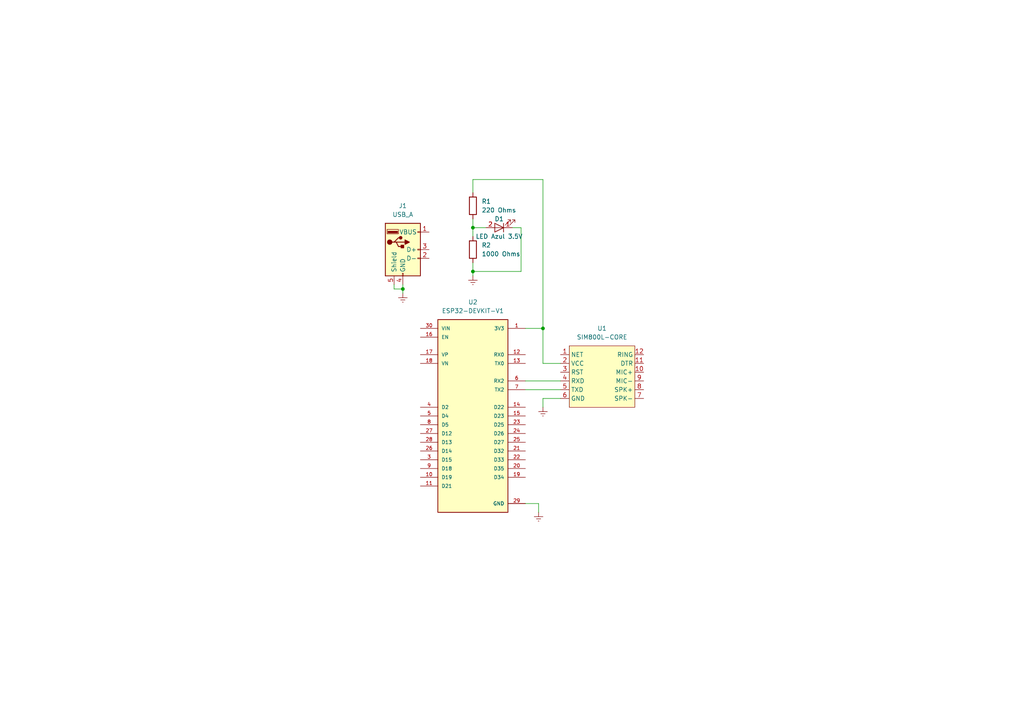
<source format=kicad_sch>
(kicad_sch (version 20230121) (generator eeschema)
  (paper "A4")
  (title_block (company "PONTIFICIA UNIVERSIDAD CATÓLICA DEL PERÚ - PROYECTO DE BIODISEÑO 2"))
  (lib_symbols
    (symbol "Connector:USB_A" (pin_names (offset 1.016))
      (property "Reference" "J" (at -5.08 11.43 0))
      (property "Value" "USB_A" (at -5.08 8.89 0))
      (symbol "USB_A_0_1"
        (rectangle (start -5.08 -7.62) (end 5.08 7.62) (stroke (width 0.254)) (fill (type background)))
        (circle (center -3.81 2.159) (radius 0.635) (stroke (width 0.254)) (fill (type outline)))
        (rectangle (start -1.524 4.826) (end -4.318 5.334) (fill (type outline)))
        (rectangle (start -1.27 4.572) (end -4.572 5.842))
        (circle (center -0.635 3.429) (radius 0.381) (stroke (width 0.254)) (fill (type outline)))
        (rectangle (start -0.127 -7.62) (end 0.127 -6.858))
        (polyline (pts (xy -3.175 2.159) (xy -2.54 2.159) (xy -1.27 3.429) (xy -0.635 3.429)) (stroke (width 0.254)))
        (polyline (pts (xy -2.54 2.159) (xy -1.905 2.159) (xy -1.27 0.889) (xy 0 0.889)) (stroke (width 0.254)))
        (polyline (pts (xy 0.635 2.794) (xy 0.635 1.524) (xy 1.905 2.159) (xy 0.635 2.794)) (stroke (width 0.254)) (fill (type outline)))
        (rectangle (start 0.254 1.27) (end -0.508 0.508) (stroke (width 0.254)) (fill (type outline)))
        (rectangle (start 5.08 -2.667) (end 4.318 -2.413))
        (rectangle (start 5.08 -0.127) (end 4.318 0.127))
        (rectangle (start 5.08 4.953) (end 4.318 5.207))
      )
      (symbol "USB_A_1_1"
        (polyline (pts (xy -1.905 2.159) (xy 0.635 2.159)) (stroke (width 0.254)))
        (pin power_in line (at 7.62 5.08 180) (length 2.54) (name "VBUS") (number "1"))
        (pin bidirectional line (at 7.62 -2.54 180) (length 2.54) (name "D-") (number "2"))
        (pin bidirectional line (at 7.62 0 180) (length 2.54) (name "D+") (number "3"))
        (pin power_in line (at 0 -10.16 90) (length 2.54) (name "GND") (number "4"))
        (pin passive line (at -2.54 -10.16 90) (length 2.54) (name "Shield") (number "5"))
      )
    )
    (symbol "Device:R" (pin_numbers hide) (pin_names (offset 0))
      (property "Reference" "R" (at 2.032 0 90))
      (property "Value" "R" (at 0 0 90))
      (symbol "R_0_1"
        (rectangle (start -1.016 -2.54) (end 1.016 2.54) (stroke (width 0.254)))
      )
      (symbol "R_1_1"
        (pin passive line (at 0 3.81 270) (length 1.27) (name "~") (number "1"))
        (pin passive line (at 0 -3.81 90) (length 1.27) (name "~") (number "2"))
      )
    )
    (symbol "ESP32-DEVKIT-V1:ESP32-DEVKIT-V1" (pin_names (offset 1.016))
      (property "Reference" "U2" (at 0 33.02 0))
      (property "Value" "ESP32-DEVKIT-V1" (at 0 30.48 0))
      (symbol "ESP32-DEVKIT-V1_0_0"
        (rectangle (start -10.16 27.94) (end 10.16 -27.94) (stroke (width 0.254)) (fill (type background)))
        (pin output line (at 15.24 25.4 180) (length 5.08) (name "3V3") (number "1"))
        (pin bidirectional line (at -15.24 -17.78 0) (length 5.08) (name "D19") (number "10"))
        (pin bidirectional line (at -15.24 -20.32 0) (length 5.08) (name "D21") (number "11"))
        (pin input line (at 15.24 17.78 180) (length 5.08) (name "RX0") (number "12"))
        (pin output line (at 15.24 15.24 180) (length 5.08) (name "TX0") (number "13"))
        (pin bidirectional line (at 15.24 2.54 180) (length 5.08) (name "D22") (number "14"))
        (pin bidirectional line (at 15.24 0 180) (length 5.08) (name "D23") (number "15"))
        (pin input line (at -15.24 22.86 0) (length 5.08) (name "EN") (number "16"))
        (pin bidirectional line (at -15.24 17.78 0) (length 5.08) (name "VP") (number "17"))
        (pin bidirectional line (at -15.24 15.24 0) (length 5.08) (name "VN") (number "18"))
        (pin bidirectional line (at 15.24 -17.78 180) (length 5.08) (name "D34") (number "19"))
        (pin bidirectional line (at 15.24 -15.24 180) (length 5.08) (name "D35") (number "20"))
        (pin bidirectional line (at 15.24 -10.16 180) (length 5.08) (name "D32") (number "21"))
        (pin bidirectional line (at 15.24 -12.7 180) (length 5.08) (name "D33") (number "22"))
        (pin bidirectional line (at 15.24 -2.54 180) (length 5.08) (name "D25") (number "23"))
        (pin bidirectional line (at 15.24 -5.08 180) (length 5.08) (name "D26") (number "24"))
        (pin bidirectional line (at 15.24 -7.62 180) (length 5.08) (name "D27") (number "25"))
        (pin bidirectional line (at -15.24 -10.16 0) (length 5.08) (name "D14") (number "26"))
        (pin bidirectional line (at -15.24 -5.08 0) (length 5.08) (name "D12") (number "27"))
        (pin bidirectional line (at -15.24 -7.62 0) (length 5.08) (name "D13") (number "28"))
        (pin power_in line (at 15.24 -25.4 180) (length 5.08) (name "GND") (number "29"))
        (pin bidirectional line (at -15.24 -12.7 0) (length 5.08) (name "D15") (number "3"))
        (pin input line (at -15.24 25.4 0) (length 5.08) (name "VIN") (number "30"))
        (pin bidirectional line (at -15.24 2.54 0) (length 5.08) (name "D2") (number "4"))
        (pin bidirectional line (at -15.24 0 0) (length 5.08) (name "D4") (number "5"))
        (pin input line (at 15.24 10.16 180) (length 5.08) (name "RX2") (number "6"))
        (pin output line (at 15.24 7.62 180) (length 5.08) (name "TX2") (number "7"))
        (pin bidirectional line (at -15.24 -2.54 0) (length 5.08) (name "D5") (number "8"))
        (pin bidirectional line (at -15.24 -15.24 0) (length 5.08) (name "D18") (number "9"))
      )
      (symbol "ESP32-DEVKIT-V1_1_0"
        (pin power_in line (at 15.24 -25.4 180) (length 5.08) (name "GND") (number ""))
      )
    )
    (symbol "charger_stepup-cache:LED" (pin_names (offset 1.016) hide)
      (property "Reference" "D1" (at 0 6.35 0))
      (property "Value" "LED" (at 0 3.81 0))
      (symbol "LED_0_1"
        (polyline (pts (xy -1.27 -1.27) (xy -1.27 1.27)) (stroke (width 0.2032)))
        (polyline (pts (xy -1.27 0) (xy 1.27 0)))
        (polyline (pts (xy 1.27 -1.27) (xy 1.27 1.27) (xy -1.27 0) (xy 1.27 -1.27)) (stroke (width 0.2032)))
        (polyline (pts (xy -3.048 -0.762) (xy -4.572 -2.286) (xy -3.81 -2.286) (xy -4.572 -2.286) (xy -4.572 -1.524)))
        (polyline (pts (xy -1.778 -0.762) (xy -3.302 -2.286) (xy -2.54 -2.286) (xy -3.302 -2.286) (xy -3.302 -1.524)))
      )
      (symbol "LED_1_1"
        (pin passive line (at -3.81 0 0) (length 2.54) (name "K") (number "1"))
        (pin passive line (at 3.81 0 180) (length 2.54) (name "A") (number "2"))
      )
    )
    (symbol "power:Earth" (power) (pin_names (offset 0))
      (symbol "Earth_0_1"
        (polyline (pts (xy -0.635 -1.905) (xy 0.635 -1.905)))
        (polyline (pts (xy -0.127 -2.54) (xy 0.127 -2.54)))
        (polyline (pts (xy 0 -1.27) (xy 0 0)))
        (polyline (pts (xy 1.27 -1.27) (xy -1.27 -1.27)))
      )
      (symbol "Earth_1_1"
        (pin power_in line (at 0 0 270) (length 0) hide (name "Earth") (number "1"))
      )
    )
    (symbol "sim800l-core:SIM800L-CORE"
      (property "Reference" "U" (at -7.62 8.89 0))
      (property "Value" "SIM800L-CORE" (at 0 -12.7 0))
      (symbol "SIM800L-CORE_0_1"
        (rectangle (start -8.89 7.62) (end 10.16 -10.16) (stroke (width 0.1524)) (fill (type background)))
      )
      (symbol "SIM800L-CORE_1_1"
        (pin bidirectional line (at -11.43 5.08 0) (length 2.54) (name "NET") (number "1"))
        (pin output line (at 12.7 0 180) (length 2.54) (name "MIC+") (number "10"))
        (pin passive line (at 12.7 2.54 180) (length 2.54) (name "DTR") (number "11"))
        (pin output line (at 12.7 5.08 180) (length 2.54) (name "RING") (number "12"))
        (pin power_in line (at -11.43 2.54 0) (length 2.54) (name "VCC") (number "2"))
        (pin input line (at -11.43 0 0) (length 2.54) (name "RST") (number "3"))
        (pin input line (at -11.43 -2.54 0) (length 2.54) (name "RXD") (number "4"))
        (pin output line (at -11.43 -5.08 0) (length 2.54) (name "TXD") (number "5"))
        (pin power_in line (at -11.43 -7.62 0) (length 2.54) (name "GND") (number "6"))
        (pin output line (at 12.7 -7.62 180) (length 2.54) (name "SPK-") (number "7"))
        (pin output line (at 12.7 -5.08 180) (length 2.54) (name "SPK+") (number "8"))
        (pin output line (at 12.7 -2.54 180) (length 2.54) (name "MIC-") (number "9"))
      )
    )
  )
  (junction (at 157.48 95.25))
  (junction (at 137.16 78.74))
  (junction (at 116.84 83.82))
  (junction (at 137.16 66.04))
  (wire (pts (xy 152.4 113.03) (xy 162.56 113.03)))
  (wire (pts (xy 157.48 52.07) (xy 157.48 95.25)))
  (wire (pts (xy 157.48 118.11) (xy 157.48 115.57)))
  (wire (pts (xy 137.16 63.5) (xy 137.16 66.04)))
  (wire (pts (xy 152.4 95.25) (xy 157.48 95.25)))
  (wire (pts (xy 157.48 95.25) (xy 157.48 105.41)))
  (wire (pts (xy 137.16 66.04) (xy 137.16 68.58)))
  (wire (pts (xy 137.16 52.07) (xy 137.16 55.88)))
  (wire (pts (xy 137.16 76.2) (xy 137.16 78.74)))
  (wire (pts (xy 151.13 78.74) (xy 137.16 78.74)))
  (wire (pts (xy 156.21 146.05) (xy 156.21 148.59)))
  (wire (pts (xy 137.16 52.07) (xy 157.48 52.07)))
  (wire (pts (xy 152.4 146.05) (xy 156.21 146.05)))
  (wire (pts (xy 137.16 78.74) (xy 137.16 80.01)))
  (wire (pts (xy 116.84 82.55) (xy 116.84 83.82)))
  (wire (pts (xy 116.84 83.82) (xy 116.84 85.09)))
  (wire (pts (xy 157.48 105.41) (xy 162.56 105.41)))
  (wire (pts (xy 157.48 115.57) (xy 162.56 115.57)))
  (wire (pts (xy 114.3 82.55) (xy 114.3 83.82)))
  (wire (pts (xy 151.13 66.04) (xy 148.59 66.04)))
  (wire (pts (xy 152.4 110.49) (xy 162.56 110.49)))
  (wire (pts (xy 151.13 66.04) (xy 151.13 78.74)))
  (wire (pts (xy 137.16 66.04) (xy 140.97 66.04)))
  (wire (pts (xy 114.3 83.82) (xy 116.84 83.82)))
  (symbol (lib_id "Device:R") (at 137.16 59.69 0) (unit 1)
    (property "Reference" "R1" (at 139.7 58.42 0) (effects (justify left)))
    (property "Value" "220 Ohms" (at 139.7 60.96 0) (effects (justify left)))
    (property "Footprint" "Resistor_SMD:R_0603_1608Metric" (effects hide))
  )
  (symbol (lib_id "Device:R") (at 137.16 72.39 0) (unit 1)
    (property "Reference" "R2" (at 139.7 71.12 0) (effects (justify left)))
    (property "Value" "1000 Ohms" (at 139.7 73.66 0) (effects (justify left)))
    (property "Footprint" "Resistor_SMD:R_0603_1608Metric" (effects hide))
  )
  (symbol (lib_id "sim800l-core:SIM800L-CORE") (at 173.99 107.95 0) (unit 1)
    (property "Reference" "U1" (at 174.625 95.25 0))
    (property "Value" "SIM800L-CORE" (at 174.625 97.79 0))
    (property "Footprint" "SIM800L-Core-Module-KiCad-Footprint-main:SIM800L-CORE" (effects hide))
  )
  (symbol (lib_id "power:Earth") (at 157.48 118.11 0) (unit 1)
    (property "Reference" "#PWR03" (effects hide))
    (property "Value" "Earth" (effects hide))
  )
  (symbol (lib_id "charger_stepup-cache:LED") (at 144.78 66.04 180) (unit 1)
    (property "Reference" "D1" (at 144.78 63.5 0))
    (property "Value" "LED Azul 3.5V" (at 144.78 68.58 0))
    (property "Footprint" "LED_SMD:LED_1206_3216Metric" (effects hide))
  )
  (symbol (lib_id "power:Earth") (at 116.84 85.09 0) (unit 1)
    (property "Reference" "#PWR01" (effects hide))
    (property "Value" "Earth" (effects hide))
  )
  (symbol (lib_id "power:Earth") (at 156.21 148.59 0) (unit 1)
    (property "Reference" "#PWR02" (effects hide))
    (property "Value" "Earth" (effects hide))
  )
  (symbol (lib_id "ESP32-DEVKIT-V1:ESP32-DEVKIT-V1") (at 137.16 120.65 0) (unit 1)
    (property "Reference" "U2" (at 137.16 87.63 0))
    (property "Value" "ESP32-DEVKIT-V1" (at 137.16 90.17 0))
    (property "Footprint" "ESP32-DEVKIT-V1:MODULE_ESP32_DEVKIT_V1" (effects hide))
    (property "MF" "Do it" (effects hide))
    (property "MAXIMUM_PACKAGE_HEIGHT" "6.8 mm" (effects hide))
    (property "Package" "None" (effects hide))
    (property "Price" "None" (effects hide))
    (property "Check_prices" "https://www.snapeda.com/parts/ESP32-DEVKIT-V1/Do+it/view-part/?ref=eda" (effects hide))
    (property "STANDARD" "Manufacturer Recommendations" (effects hide))
    (property "PARTREV" "N/A" (effects hide))
    (property "SnapEDA_Link" "https://www.snapeda.com/parts/ESP32-DEVKIT-V1/Do+it/view-part/?ref=snap" (effects hide))
    (property "MP" "ESP32-DEVKIT-V1" (effects hide))
    (property "Description" "\nDual core, Wi-Fi: 2.4 GHz up to 150 Mbits/s,BLE (Bluetooth Low Energy) and legacy Bluetooth, 32 bits, Up to 240 MHz\n" (effects hide))
    (property "Availability" "Not in stock" (effects hide))
    (property "MANUFACTURER" "DOIT" (effects hide))
  )
  (symbol (lib_id "Connector:USB_A") (at 116.84 72.39 0) (unit 1)
    (property "Reference" "J1" (at 116.84 59.69 0))
    (property "Value" "USB_A" (at 116.84 62.23 0))
    (property "Footprint" "Connector_USB:USB_A_Molex_48037-2200_Horizontal" (effects hide))
    (property "Datasheet" " ~" (effects hide))
  )
  (symbol (lib_id "power:Earth") (at 137.16 80.01 0) (unit 1)
    (property "Reference" "#PWR05" (effects hide))
    (property "Value" "Earth" (effects hide))
  )
)
</source>
